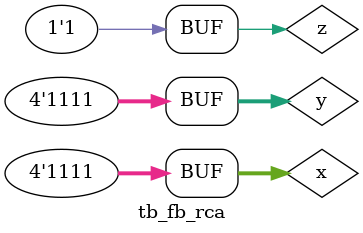
<source format=v>
`timescale 1ns/1ns

module tb_fb_rca();
reg [3:0]x, y;
reg z;
wire [3:0]s;
wire c;

fb_rca u0(x, y, z, s, c);

initial
begin
x=4'b0000; y=4'b0000; z=0;
#200; x=4'b0000; y=4'b0000; z=1;
#200; x=4'b0001; y=4'b0001; z=0;
#200; x=4'b0001; y=4'b0001; z=1;
#200; x=4'b0100; y=4'b0011; z=0;
#200; x=4'b0100; y=4'b0011; z=1;
#200; x=4'b1111; y=4'b1111; z=0;
#200; x=4'b1111; y=4'b1111; z=1;
end

endmodule

</source>
